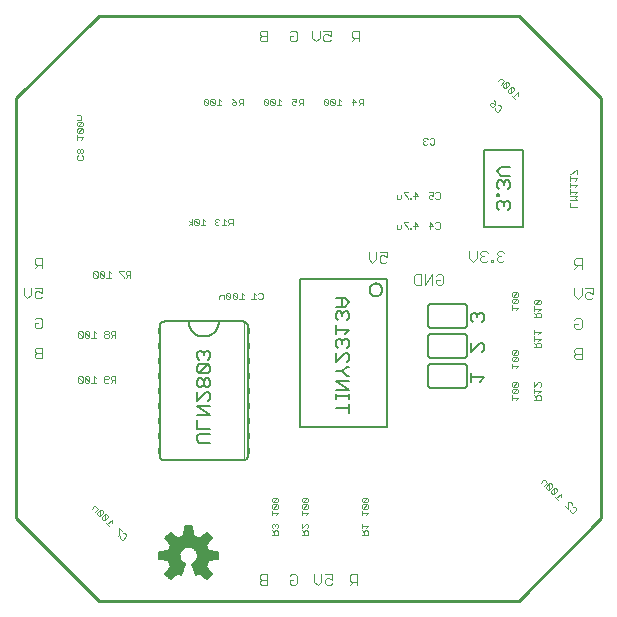
<source format=gbo>
G75*
%MOIN*%
%OFA0B0*%
%FSLAX25Y25*%
%IPPOS*%
%LPD*%
%AMOC8*
5,1,8,0,0,1.08239X$1,22.5*
%
%ADD10C,0.01000*%
%ADD11C,0.00500*%
%ADD12C,0.00400*%
%ADD13C,0.00200*%
%ADD14C,0.00600*%
%ADD15R,0.00500X0.02000*%
%ADD16C,0.00800*%
%ADD17C,0.00591*%
D10*
X0001500Y0029000D02*
X0001500Y0169000D01*
X0029000Y0196461D01*
X0029000Y0196500D02*
X0169000Y0196500D01*
X0196500Y0169000D01*
X0196500Y0029000D01*
X0169000Y0001500D01*
X0029000Y0001500D01*
X0001500Y0029000D01*
D11*
X0061750Y0055001D02*
X0061750Y0056502D01*
X0062501Y0057253D01*
X0066254Y0057253D01*
X0066254Y0058854D02*
X0061750Y0058854D01*
X0061750Y0061856D01*
X0061750Y0063458D02*
X0066254Y0063458D01*
X0061750Y0066460D01*
X0066254Y0066460D01*
X0065503Y0068062D02*
X0066254Y0068812D01*
X0066254Y0070314D01*
X0065503Y0071064D01*
X0064753Y0071064D01*
X0061750Y0068062D01*
X0061750Y0071064D01*
X0062501Y0072666D02*
X0063251Y0072666D01*
X0064002Y0073416D01*
X0064002Y0074918D01*
X0063251Y0075668D01*
X0062501Y0075668D01*
X0061750Y0074918D01*
X0061750Y0073416D01*
X0062501Y0072666D01*
X0064002Y0073416D02*
X0064753Y0072666D01*
X0065503Y0072666D01*
X0066254Y0073416D01*
X0066254Y0074918D01*
X0065503Y0075668D01*
X0064753Y0075668D01*
X0064002Y0074918D01*
X0062501Y0077270D02*
X0065503Y0077270D01*
X0066254Y0078020D01*
X0066254Y0079522D01*
X0065503Y0080272D01*
X0062501Y0077270D01*
X0061750Y0078020D01*
X0061750Y0079522D01*
X0062501Y0080272D01*
X0065503Y0080272D01*
X0065503Y0081874D02*
X0066254Y0082624D01*
X0066254Y0084125D01*
X0065503Y0084876D01*
X0064753Y0084876D01*
X0064002Y0084125D01*
X0063251Y0084876D01*
X0062501Y0084876D01*
X0061750Y0084125D01*
X0061750Y0082624D01*
X0062501Y0081874D01*
X0064002Y0083375D02*
X0064002Y0084125D01*
X0061750Y0055001D02*
X0062501Y0054250D01*
X0066254Y0054250D01*
X0108000Y0065751D02*
X0112504Y0065751D01*
X0112504Y0064250D02*
X0112504Y0067253D01*
X0112504Y0068854D02*
X0112504Y0070355D01*
X0112504Y0069605D02*
X0108000Y0069605D01*
X0108000Y0070355D02*
X0108000Y0068854D01*
X0108000Y0071923D02*
X0112504Y0071923D01*
X0108000Y0074926D01*
X0112504Y0074926D01*
X0112504Y0076527D02*
X0111753Y0076527D01*
X0110252Y0078028D01*
X0108000Y0078028D01*
X0110252Y0078028D02*
X0111753Y0079530D01*
X0112504Y0079530D01*
X0111753Y0081131D02*
X0112504Y0081882D01*
X0112504Y0083383D01*
X0111753Y0084134D01*
X0111003Y0084134D01*
X0108000Y0081131D01*
X0108000Y0084134D01*
X0108751Y0085735D02*
X0108000Y0086486D01*
X0108000Y0087987D01*
X0108751Y0088738D01*
X0109501Y0088738D01*
X0110252Y0087987D01*
X0110252Y0087236D01*
X0110252Y0087987D02*
X0111003Y0088738D01*
X0111753Y0088738D01*
X0112504Y0087987D01*
X0112504Y0086486D01*
X0111753Y0085735D01*
X0111003Y0090339D02*
X0112504Y0091840D01*
X0108000Y0091840D01*
X0108000Y0090339D02*
X0108000Y0093341D01*
X0108751Y0094943D02*
X0108000Y0095693D01*
X0108000Y0097195D01*
X0108751Y0097945D01*
X0109501Y0097945D01*
X0110252Y0097195D01*
X0110252Y0096444D01*
X0110252Y0097195D02*
X0111003Y0097945D01*
X0111753Y0097945D01*
X0112504Y0097195D01*
X0112504Y0095693D01*
X0111753Y0094943D01*
X0111003Y0099547D02*
X0108000Y0099547D01*
X0110252Y0099547D02*
X0110252Y0102549D01*
X0111003Y0102549D02*
X0108000Y0102549D01*
X0111003Y0102549D02*
X0112504Y0101048D01*
X0111003Y0099547D01*
X0153000Y0096700D02*
X0153000Y0095199D01*
X0153751Y0094448D01*
X0155252Y0095949D02*
X0155252Y0096700D01*
X0154501Y0097451D01*
X0153751Y0097451D01*
X0153000Y0096700D01*
X0155252Y0096700D02*
X0156003Y0097451D01*
X0156753Y0097451D01*
X0157504Y0096700D01*
X0157504Y0095199D01*
X0156753Y0094448D01*
X0156753Y0087451D02*
X0156003Y0087451D01*
X0153000Y0084448D01*
X0153000Y0087451D01*
X0156753Y0087451D02*
X0157504Y0086700D01*
X0157504Y0085199D01*
X0156753Y0084448D01*
X0153000Y0077451D02*
X0153000Y0074448D01*
X0153000Y0075949D02*
X0157504Y0075949D01*
X0156003Y0074448D01*
X0162501Y0131750D02*
X0161750Y0132501D01*
X0161750Y0134002D01*
X0162501Y0134753D01*
X0163251Y0134753D01*
X0164002Y0134002D01*
X0164002Y0133251D01*
X0164002Y0134002D02*
X0164753Y0134753D01*
X0165503Y0134753D01*
X0166254Y0134002D01*
X0166254Y0132501D01*
X0165503Y0131750D01*
X0162501Y0136354D02*
X0161750Y0136354D01*
X0161750Y0137105D01*
X0162501Y0137105D01*
X0162501Y0136354D01*
X0162501Y0138656D02*
X0161750Y0139407D01*
X0161750Y0140908D01*
X0162501Y0141658D01*
X0163251Y0141658D01*
X0164002Y0140908D01*
X0164002Y0140157D01*
X0164002Y0140908D02*
X0164753Y0141658D01*
X0165503Y0141658D01*
X0166254Y0140908D01*
X0166254Y0139407D01*
X0165503Y0138656D01*
X0166254Y0143260D02*
X0163251Y0143260D01*
X0161750Y0144761D01*
X0163251Y0146262D01*
X0166254Y0146262D01*
D12*
X0163591Y0118178D02*
X0162389Y0118178D01*
X0161789Y0117578D01*
X0161789Y0116977D01*
X0162389Y0116377D01*
X0161789Y0115776D01*
X0161789Y0115176D01*
X0162389Y0114575D01*
X0163591Y0114575D01*
X0164191Y0115176D01*
X0162990Y0116377D02*
X0162389Y0116377D01*
X0164191Y0117578D02*
X0163591Y0118178D01*
X0160508Y0115176D02*
X0159907Y0115176D01*
X0159907Y0114575D01*
X0160508Y0114575D01*
X0160508Y0115176D01*
X0158666Y0115176D02*
X0158066Y0114575D01*
X0156865Y0114575D01*
X0156264Y0115176D01*
X0156264Y0115776D01*
X0156865Y0116377D01*
X0157465Y0116377D01*
X0156865Y0116377D02*
X0156264Y0116977D01*
X0156264Y0117578D01*
X0156865Y0118178D01*
X0158066Y0118178D01*
X0158666Y0117578D01*
X0154983Y0118178D02*
X0154983Y0115776D01*
X0153782Y0114575D01*
X0152581Y0115776D01*
X0152581Y0118178D01*
X0143800Y0109703D02*
X0143800Y0107301D01*
X0143199Y0106700D01*
X0141998Y0106700D01*
X0141398Y0107301D01*
X0141398Y0108502D01*
X0142599Y0108502D01*
X0143800Y0109703D02*
X0143199Y0110303D01*
X0141998Y0110303D01*
X0141398Y0109703D01*
X0140117Y0110303D02*
X0137715Y0106700D01*
X0137715Y0110303D01*
X0136434Y0110303D02*
X0134632Y0110303D01*
X0134032Y0109703D01*
X0134032Y0107301D01*
X0134632Y0106700D01*
X0136434Y0106700D01*
X0136434Y0110303D01*
X0140117Y0110303D02*
X0140117Y0106700D01*
X0125050Y0114801D02*
X0124449Y0114200D01*
X0123248Y0114200D01*
X0122648Y0114801D01*
X0122648Y0116002D01*
X0123248Y0116602D01*
X0123849Y0116602D01*
X0125050Y0116002D01*
X0125050Y0117803D01*
X0122648Y0117803D01*
X0121367Y0117803D02*
X0121367Y0115401D01*
X0120166Y0114200D01*
X0118965Y0115401D01*
X0118965Y0117803D01*
X0187581Y0115078D02*
X0187581Y0113877D01*
X0188182Y0113276D01*
X0189983Y0113276D01*
X0188782Y0113276D02*
X0187581Y0112075D01*
X0189983Y0112075D02*
X0189983Y0115678D01*
X0188182Y0115678D01*
X0187581Y0115078D01*
X0187581Y0105678D02*
X0187581Y0103276D01*
X0188782Y0102075D01*
X0189983Y0103276D01*
X0189983Y0105678D01*
X0191264Y0105678D02*
X0193666Y0105678D01*
X0193666Y0103877D01*
X0192465Y0104477D01*
X0191865Y0104477D01*
X0191264Y0103877D01*
X0191264Y0102676D01*
X0191865Y0102075D01*
X0193066Y0102075D01*
X0193666Y0102676D01*
X0189383Y0095678D02*
X0189983Y0095078D01*
X0189983Y0092676D01*
X0189383Y0092075D01*
X0188182Y0092075D01*
X0187581Y0092676D01*
X0187581Y0093877D01*
X0188782Y0093877D01*
X0187581Y0095078D02*
X0188182Y0095678D01*
X0189383Y0095678D01*
X0189983Y0085678D02*
X0188182Y0085678D01*
X0187581Y0085078D01*
X0187581Y0084477D01*
X0188182Y0083877D01*
X0189983Y0083877D01*
X0189983Y0085678D02*
X0189983Y0082075D01*
X0188182Y0082075D01*
X0187581Y0082676D01*
X0187581Y0083276D01*
X0188182Y0083877D01*
X0115050Y0010303D02*
X0113248Y0010303D01*
X0112648Y0009703D01*
X0112648Y0008502D01*
X0113248Y0007901D01*
X0115050Y0007901D01*
X0115050Y0006700D02*
X0115050Y0010303D01*
X0113849Y0007901D02*
X0112648Y0006700D01*
X0106925Y0007301D02*
X0106324Y0006700D01*
X0105123Y0006700D01*
X0104523Y0007301D01*
X0104523Y0008502D01*
X0105123Y0009102D01*
X0105724Y0009102D01*
X0106925Y0008502D01*
X0106925Y0010303D01*
X0104523Y0010303D01*
X0103242Y0010303D02*
X0103242Y0007901D01*
X0102041Y0006700D01*
X0100840Y0007901D01*
X0100840Y0010303D01*
X0095050Y0009703D02*
X0095050Y0007301D01*
X0094449Y0006700D01*
X0093248Y0006700D01*
X0092648Y0007301D01*
X0092648Y0008502D01*
X0093849Y0008502D01*
X0095050Y0009703D02*
X0094449Y0010303D01*
X0093248Y0010303D01*
X0092648Y0009703D01*
X0085050Y0010303D02*
X0085050Y0006700D01*
X0083248Y0006700D01*
X0082648Y0007301D01*
X0082648Y0007901D01*
X0083248Y0008502D01*
X0085050Y0008502D01*
X0085050Y0010303D02*
X0083248Y0010303D01*
X0082648Y0009703D01*
X0082648Y0009102D01*
X0083248Y0008502D01*
X0010050Y0082325D02*
X0008248Y0082325D01*
X0007648Y0082926D01*
X0007648Y0083526D01*
X0008248Y0084127D01*
X0010050Y0084127D01*
X0010050Y0085928D02*
X0008248Y0085928D01*
X0007648Y0085328D01*
X0007648Y0084727D01*
X0008248Y0084127D01*
X0010050Y0085928D02*
X0010050Y0082325D01*
X0009449Y0092325D02*
X0008248Y0092325D01*
X0007648Y0092926D01*
X0007648Y0094127D01*
X0008849Y0094127D01*
X0010050Y0095328D02*
X0009449Y0095928D01*
X0008248Y0095928D01*
X0007648Y0095328D01*
X0010050Y0095328D02*
X0010050Y0092926D01*
X0009449Y0092325D01*
X0009449Y0102325D02*
X0010050Y0102926D01*
X0009449Y0102325D02*
X0008248Y0102325D01*
X0007648Y0102926D01*
X0007648Y0104127D01*
X0008248Y0104727D01*
X0008849Y0104727D01*
X0010050Y0104127D01*
X0010050Y0105928D01*
X0007648Y0105928D01*
X0006367Y0105928D02*
X0006367Y0103526D01*
X0005166Y0102325D01*
X0003965Y0103526D01*
X0003965Y0105928D01*
X0007648Y0112325D02*
X0008849Y0113526D01*
X0008248Y0113526D02*
X0010050Y0113526D01*
X0010050Y0112325D02*
X0010050Y0115928D01*
X0008248Y0115928D01*
X0007648Y0115328D01*
X0007648Y0114127D01*
X0008248Y0113526D01*
X0083248Y0187950D02*
X0082648Y0188551D01*
X0082648Y0189151D01*
X0083248Y0189752D01*
X0085050Y0189752D01*
X0085050Y0191553D02*
X0085050Y0187950D01*
X0083248Y0187950D01*
X0083248Y0189752D02*
X0082648Y0190352D01*
X0082648Y0190953D01*
X0083248Y0191553D01*
X0085050Y0191553D01*
X0092648Y0190953D02*
X0093248Y0191553D01*
X0094449Y0191553D01*
X0095050Y0190953D01*
X0095050Y0188551D01*
X0094449Y0187950D01*
X0093248Y0187950D01*
X0092648Y0188551D01*
X0092648Y0189752D01*
X0093849Y0189752D01*
X0100215Y0189151D02*
X0100215Y0191553D01*
X0102617Y0191553D02*
X0102617Y0189151D01*
X0101416Y0187950D01*
X0100215Y0189151D01*
X0103898Y0188551D02*
X0104498Y0187950D01*
X0105699Y0187950D01*
X0106300Y0188551D01*
X0106300Y0189752D02*
X0105099Y0190352D01*
X0104498Y0190352D01*
X0103898Y0189752D01*
X0103898Y0188551D01*
X0106300Y0189752D02*
X0106300Y0191553D01*
X0103898Y0191553D01*
X0113273Y0190953D02*
X0113273Y0189752D01*
X0113873Y0189151D01*
X0115675Y0189151D01*
X0115675Y0187950D02*
X0115675Y0191553D01*
X0113873Y0191553D01*
X0113273Y0190953D01*
X0114474Y0189151D02*
X0113273Y0187950D01*
D13*
X0113759Y0168902D02*
X0114860Y0167801D01*
X0113392Y0167801D01*
X0113759Y0166700D02*
X0113759Y0168902D01*
X0115602Y0168535D02*
X0115602Y0167801D01*
X0115969Y0167434D01*
X0117070Y0167434D01*
X0117070Y0166700D02*
X0117070Y0168902D01*
X0115969Y0168902D01*
X0115602Y0168535D01*
X0116336Y0167434D02*
X0115602Y0166700D01*
X0109905Y0166700D02*
X0108437Y0166700D01*
X0109171Y0166700D02*
X0109171Y0168902D01*
X0109905Y0168168D01*
X0107695Y0168535D02*
X0107328Y0168902D01*
X0106594Y0168902D01*
X0106227Y0168535D01*
X0107695Y0167067D01*
X0107328Y0166700D01*
X0106594Y0166700D01*
X0106227Y0167067D01*
X0106227Y0168535D01*
X0105485Y0168535D02*
X0105118Y0168902D01*
X0104384Y0168902D01*
X0104017Y0168535D01*
X0105485Y0167067D01*
X0105118Y0166700D01*
X0104384Y0166700D01*
X0104017Y0167067D01*
X0104017Y0168535D01*
X0105485Y0168535D02*
X0105485Y0167067D01*
X0107695Y0167067D02*
X0107695Y0168535D01*
X0097070Y0168902D02*
X0097070Y0166700D01*
X0097070Y0167434D02*
X0095969Y0167434D01*
X0095602Y0167801D01*
X0095602Y0168535D01*
X0095969Y0168902D01*
X0097070Y0168902D01*
X0096336Y0167434D02*
X0095602Y0166700D01*
X0094860Y0167067D02*
X0094493Y0166700D01*
X0093759Y0166700D01*
X0093392Y0167067D01*
X0093392Y0167801D01*
X0093759Y0168168D01*
X0094126Y0168168D01*
X0094860Y0167801D01*
X0094860Y0168902D01*
X0093392Y0168902D01*
X0089905Y0168168D02*
X0089171Y0168902D01*
X0089171Y0166700D01*
X0089905Y0166700D02*
X0088437Y0166700D01*
X0087695Y0167067D02*
X0086227Y0168535D01*
X0086227Y0167067D01*
X0086594Y0166700D01*
X0087328Y0166700D01*
X0087695Y0167067D01*
X0087695Y0168535D01*
X0087328Y0168902D01*
X0086594Y0168902D01*
X0086227Y0168535D01*
X0085485Y0168535D02*
X0085118Y0168902D01*
X0084384Y0168902D01*
X0084017Y0168535D01*
X0085485Y0167067D01*
X0085118Y0166700D01*
X0084384Y0166700D01*
X0084017Y0167067D01*
X0084017Y0168535D01*
X0085485Y0168535D02*
X0085485Y0167067D01*
X0077070Y0167434D02*
X0075969Y0167434D01*
X0075602Y0167801D01*
X0075602Y0168535D01*
X0075969Y0168902D01*
X0077070Y0168902D01*
X0077070Y0166700D01*
X0076336Y0167434D02*
X0075602Y0166700D01*
X0074860Y0167067D02*
X0074493Y0166700D01*
X0073759Y0166700D01*
X0073392Y0167067D01*
X0073392Y0167434D01*
X0073759Y0167801D01*
X0074860Y0167801D01*
X0074860Y0167067D01*
X0074860Y0167801D02*
X0074126Y0168535D01*
X0073392Y0168902D01*
X0069905Y0168168D02*
X0069171Y0168902D01*
X0069171Y0166700D01*
X0069905Y0166700D02*
X0068437Y0166700D01*
X0067695Y0167067D02*
X0066227Y0168535D01*
X0066227Y0167067D01*
X0066594Y0166700D01*
X0067328Y0166700D01*
X0067695Y0167067D01*
X0067695Y0168535D01*
X0067328Y0168902D01*
X0066594Y0168902D01*
X0066227Y0168535D01*
X0065485Y0168535D02*
X0065118Y0168902D01*
X0064384Y0168902D01*
X0064017Y0168535D01*
X0065485Y0167067D01*
X0065118Y0166700D01*
X0064384Y0166700D01*
X0064017Y0167067D01*
X0064017Y0168535D01*
X0065485Y0168535D02*
X0065485Y0167067D01*
X0063802Y0128902D02*
X0063802Y0126700D01*
X0064536Y0126700D02*
X0063068Y0126700D01*
X0062326Y0127067D02*
X0061959Y0126700D01*
X0061226Y0126700D01*
X0060859Y0127067D01*
X0060859Y0128535D01*
X0062326Y0127067D01*
X0062326Y0128535D01*
X0061959Y0128902D01*
X0061226Y0128902D01*
X0060859Y0128535D01*
X0060117Y0128902D02*
X0060117Y0126700D01*
X0060117Y0127434D02*
X0059016Y0128168D01*
X0060117Y0127434D02*
X0059016Y0126700D01*
X0063802Y0128902D02*
X0064536Y0128168D01*
X0067767Y0128168D02*
X0068134Y0127801D01*
X0067767Y0127434D01*
X0067767Y0127067D01*
X0068134Y0126700D01*
X0068868Y0126700D01*
X0069235Y0127067D01*
X0069977Y0126700D02*
X0071445Y0126700D01*
X0070711Y0126700D02*
X0070711Y0128902D01*
X0071445Y0128168D01*
X0072187Y0128535D02*
X0072187Y0127801D01*
X0072554Y0127434D01*
X0073655Y0127434D01*
X0073655Y0126700D02*
X0073655Y0128902D01*
X0072554Y0128902D01*
X0072187Y0128535D01*
X0072921Y0127434D02*
X0072187Y0126700D01*
X0069235Y0128535D02*
X0068868Y0128902D01*
X0068134Y0128902D01*
X0067767Y0128535D01*
X0067767Y0128168D01*
X0068134Y0127801D02*
X0068501Y0127801D01*
X0071829Y0104196D02*
X0071462Y0103829D01*
X0072930Y0102361D01*
X0072563Y0101994D01*
X0071829Y0101994D01*
X0071462Y0102361D01*
X0071462Y0103829D01*
X0071829Y0104196D02*
X0072563Y0104196D01*
X0072930Y0103829D01*
X0072930Y0102361D01*
X0073672Y0102361D02*
X0073672Y0103829D01*
X0075140Y0102361D01*
X0074773Y0101994D01*
X0074039Y0101994D01*
X0073672Y0102361D01*
X0073672Y0103829D02*
X0074039Y0104196D01*
X0074773Y0104196D01*
X0075140Y0103829D01*
X0075140Y0102361D01*
X0075882Y0101994D02*
X0077350Y0101994D01*
X0076616Y0101994D02*
X0076616Y0104196D01*
X0077350Y0103462D01*
X0079922Y0101994D02*
X0081390Y0101994D01*
X0080656Y0101994D02*
X0080656Y0104196D01*
X0081390Y0103462D01*
X0082132Y0103829D02*
X0082499Y0104196D01*
X0083233Y0104196D01*
X0083600Y0103829D01*
X0083600Y0102361D01*
X0083233Y0101994D01*
X0082499Y0101994D01*
X0082132Y0102361D01*
X0077300Y0094500D02*
X0077300Y0048500D01*
X0087067Y0035858D02*
X0086700Y0035491D01*
X0086700Y0034757D01*
X0087067Y0034390D01*
X0088535Y0035858D01*
X0087067Y0035858D01*
X0088535Y0035858D02*
X0088902Y0035491D01*
X0088902Y0034757D01*
X0088535Y0034390D01*
X0087067Y0034390D01*
X0087067Y0033648D02*
X0086700Y0033281D01*
X0086700Y0032547D01*
X0087067Y0032180D01*
X0088535Y0033648D01*
X0087067Y0033648D01*
X0087067Y0032180D02*
X0088535Y0032180D01*
X0088902Y0032547D01*
X0088902Y0033281D01*
X0088535Y0033648D01*
X0086700Y0031438D02*
X0086700Y0029970D01*
X0086700Y0030704D02*
X0088902Y0030704D01*
X0088168Y0029970D01*
X0088068Y0027153D02*
X0087701Y0026786D01*
X0087334Y0027153D01*
X0086967Y0027153D01*
X0086600Y0026786D01*
X0086600Y0026052D01*
X0086967Y0025685D01*
X0086600Y0024943D02*
X0087334Y0024209D01*
X0087334Y0024576D02*
X0087334Y0023475D01*
X0086600Y0023475D02*
X0088802Y0023475D01*
X0088802Y0024576D01*
X0088435Y0024943D01*
X0087701Y0024943D01*
X0087334Y0024576D01*
X0088435Y0025685D02*
X0088802Y0026052D01*
X0088802Y0026786D01*
X0088435Y0027153D01*
X0088068Y0027153D01*
X0087701Y0026786D02*
X0087701Y0026419D01*
X0096600Y0027153D02*
X0096600Y0025685D01*
X0098068Y0027153D01*
X0098435Y0027153D01*
X0098802Y0026786D01*
X0098802Y0026052D01*
X0098435Y0025685D01*
X0098435Y0024943D02*
X0097701Y0024943D01*
X0097334Y0024576D01*
X0097334Y0023475D01*
X0097334Y0024209D02*
X0096600Y0024943D01*
X0096600Y0023475D02*
X0098802Y0023475D01*
X0098802Y0024576D01*
X0098435Y0024943D01*
X0098168Y0029970D02*
X0098902Y0030704D01*
X0096700Y0030704D01*
X0096700Y0029970D02*
X0096700Y0031438D01*
X0097067Y0032180D02*
X0096700Y0032547D01*
X0096700Y0033281D01*
X0097067Y0033648D01*
X0098535Y0033648D01*
X0097067Y0032180D01*
X0098535Y0032180D01*
X0098902Y0032547D01*
X0098902Y0033281D01*
X0098535Y0033648D01*
X0098535Y0034390D02*
X0098902Y0034757D01*
X0098902Y0035491D01*
X0098535Y0035858D01*
X0097067Y0034390D01*
X0096700Y0034757D01*
X0096700Y0035491D01*
X0097067Y0035858D01*
X0098535Y0035858D01*
X0098535Y0034390D02*
X0097067Y0034390D01*
X0116700Y0034757D02*
X0117067Y0034390D01*
X0118535Y0035858D01*
X0117067Y0035858D01*
X0116700Y0035491D01*
X0116700Y0034757D01*
X0117067Y0034390D02*
X0118535Y0034390D01*
X0118902Y0034757D01*
X0118902Y0035491D01*
X0118535Y0035858D01*
X0118535Y0033648D02*
X0117067Y0032180D01*
X0116700Y0032547D01*
X0116700Y0033281D01*
X0117067Y0033648D01*
X0118535Y0033648D01*
X0118902Y0033281D01*
X0118902Y0032547D01*
X0118535Y0032180D01*
X0117067Y0032180D01*
X0116700Y0031438D02*
X0116700Y0029970D01*
X0116700Y0030704D02*
X0118902Y0030704D01*
X0118168Y0029970D01*
X0116600Y0027153D02*
X0116600Y0025685D01*
X0116600Y0026419D02*
X0118802Y0026419D01*
X0118068Y0025685D01*
X0118435Y0024943D02*
X0117701Y0024943D01*
X0117334Y0024576D01*
X0117334Y0023475D01*
X0117334Y0024209D02*
X0116600Y0024943D01*
X0116600Y0023475D02*
X0118802Y0023475D01*
X0118802Y0024576D01*
X0118435Y0024943D01*
X0166600Y0068475D02*
X0166600Y0069943D01*
X0166600Y0069209D02*
X0168802Y0069209D01*
X0168068Y0068475D01*
X0168435Y0070685D02*
X0166967Y0070685D01*
X0168435Y0072153D01*
X0166967Y0072153D01*
X0166600Y0071786D01*
X0166600Y0071052D01*
X0166967Y0070685D01*
X0168435Y0070685D02*
X0168802Y0071052D01*
X0168802Y0071786D01*
X0168435Y0072153D01*
X0168435Y0072895D02*
X0168802Y0073262D01*
X0168802Y0073996D01*
X0168435Y0074363D01*
X0166967Y0072895D01*
X0166600Y0073262D01*
X0166600Y0073996D01*
X0166967Y0074363D01*
X0168435Y0074363D01*
X0168435Y0072895D02*
X0166967Y0072895D01*
X0166600Y0079100D02*
X0166600Y0080568D01*
X0166600Y0079834D02*
X0168802Y0079834D01*
X0168068Y0079100D01*
X0168435Y0081310D02*
X0166967Y0081310D01*
X0168435Y0082778D01*
X0166967Y0082778D01*
X0166600Y0082411D01*
X0166600Y0081677D01*
X0166967Y0081310D01*
X0168435Y0081310D02*
X0168802Y0081677D01*
X0168802Y0082411D01*
X0168435Y0082778D01*
X0168435Y0083520D02*
X0166967Y0083520D01*
X0168435Y0084988D01*
X0166967Y0084988D01*
X0166600Y0084621D01*
X0166600Y0083887D01*
X0166967Y0083520D01*
X0168435Y0083520D02*
X0168802Y0083887D01*
X0168802Y0084621D01*
X0168435Y0084988D01*
X0174100Y0085975D02*
X0176302Y0085975D01*
X0176302Y0087076D01*
X0175935Y0087443D01*
X0175201Y0087443D01*
X0174834Y0087076D01*
X0174834Y0085975D01*
X0174834Y0086709D02*
X0174100Y0087443D01*
X0174100Y0088185D02*
X0174100Y0089653D01*
X0174100Y0088919D02*
X0176302Y0088919D01*
X0175568Y0088185D01*
X0175568Y0090395D02*
X0176302Y0091129D01*
X0174100Y0091129D01*
X0174100Y0090395D02*
X0174100Y0091863D01*
X0174100Y0095975D02*
X0176302Y0095975D01*
X0176302Y0097076D01*
X0175935Y0097443D01*
X0175201Y0097443D01*
X0174834Y0097076D01*
X0174834Y0095975D01*
X0174834Y0096709D02*
X0174100Y0097443D01*
X0174100Y0098185D02*
X0174100Y0099653D01*
X0174100Y0098919D02*
X0176302Y0098919D01*
X0175568Y0098185D01*
X0175935Y0100395D02*
X0176302Y0100762D01*
X0176302Y0101496D01*
X0175935Y0101863D01*
X0174467Y0100395D01*
X0174100Y0100762D01*
X0174100Y0101496D01*
X0174467Y0101863D01*
X0175935Y0101863D01*
X0175935Y0100395D02*
X0174467Y0100395D01*
X0168802Y0101052D02*
X0168435Y0100685D01*
X0166967Y0100685D01*
X0168435Y0102153D01*
X0166967Y0102153D01*
X0166600Y0101786D01*
X0166600Y0101052D01*
X0166967Y0100685D01*
X0166600Y0099943D02*
X0166600Y0098475D01*
X0166600Y0099209D02*
X0168802Y0099209D01*
X0168068Y0098475D01*
X0168802Y0101052D02*
X0168802Y0101786D01*
X0168435Y0102153D01*
X0168435Y0102895D02*
X0168802Y0103262D01*
X0168802Y0103996D01*
X0168435Y0104363D01*
X0166967Y0102895D01*
X0166600Y0103262D01*
X0166600Y0103996D01*
X0166967Y0104363D01*
X0168435Y0104363D01*
X0168435Y0102895D02*
X0166967Y0102895D01*
X0142695Y0125817D02*
X0142328Y0125450D01*
X0141594Y0125450D01*
X0141227Y0125817D01*
X0140485Y0126551D02*
X0139384Y0127652D01*
X0139384Y0125450D01*
X0139017Y0126551D02*
X0140485Y0126551D01*
X0141227Y0127285D02*
X0141594Y0127652D01*
X0142328Y0127652D01*
X0142695Y0127285D01*
X0142695Y0125817D01*
X0135385Y0126551D02*
X0133917Y0126551D01*
X0133175Y0125817D02*
X0132808Y0125817D01*
X0132808Y0125450D01*
X0133175Y0125450D01*
X0133175Y0125817D01*
X0132070Y0125817D02*
X0132070Y0125450D01*
X0132070Y0125817D02*
X0130602Y0127285D01*
X0130602Y0127652D01*
X0132070Y0127652D01*
X0134284Y0127652D02*
X0134284Y0125450D01*
X0135385Y0126551D02*
X0134284Y0127652D01*
X0129860Y0126918D02*
X0129860Y0125817D01*
X0129493Y0125450D01*
X0128392Y0125450D01*
X0128392Y0126918D01*
X0128392Y0135450D02*
X0128392Y0136918D01*
X0129860Y0136918D02*
X0129860Y0135817D01*
X0129493Y0135450D01*
X0128392Y0135450D01*
X0130602Y0137285D02*
X0132070Y0135817D01*
X0132070Y0135450D01*
X0132808Y0135450D02*
X0133175Y0135450D01*
X0133175Y0135817D01*
X0132808Y0135817D01*
X0132808Y0135450D01*
X0134284Y0135450D02*
X0134284Y0137652D01*
X0135385Y0136551D01*
X0133917Y0136551D01*
X0132070Y0137652D02*
X0130602Y0137652D01*
X0130602Y0137285D01*
X0139017Y0137652D02*
X0140485Y0137652D01*
X0140485Y0136551D01*
X0139751Y0136918D01*
X0139384Y0136918D01*
X0139017Y0136551D01*
X0139017Y0135817D01*
X0139384Y0135450D01*
X0140118Y0135450D01*
X0140485Y0135817D01*
X0141227Y0135817D02*
X0141594Y0135450D01*
X0142328Y0135450D01*
X0142695Y0135817D01*
X0142695Y0137285D01*
X0142328Y0137652D01*
X0141594Y0137652D01*
X0141227Y0137285D01*
X0140453Y0153575D02*
X0139719Y0153575D01*
X0139352Y0153942D01*
X0138610Y0153942D02*
X0138243Y0153575D01*
X0137509Y0153575D01*
X0137142Y0153942D01*
X0137142Y0154309D01*
X0137509Y0154676D01*
X0137876Y0154676D01*
X0137509Y0154676D02*
X0137142Y0155043D01*
X0137142Y0155410D01*
X0137509Y0155777D01*
X0138243Y0155777D01*
X0138610Y0155410D01*
X0139352Y0155410D02*
X0139719Y0155777D01*
X0140453Y0155777D01*
X0140820Y0155410D01*
X0140820Y0153942D01*
X0140453Y0153575D01*
X0159552Y0166660D02*
X0160071Y0166141D01*
X0160590Y0166141D01*
X0161109Y0166660D01*
X0160330Y0167439D01*
X0159811Y0167439D01*
X0159552Y0167179D01*
X0159552Y0166660D01*
X0161109Y0166660D02*
X0161109Y0167698D01*
X0160849Y0168477D01*
X0162152Y0166655D02*
X0162671Y0166655D01*
X0163190Y0166136D01*
X0163190Y0165617D01*
X0162152Y0164579D01*
X0161633Y0164579D01*
X0161114Y0165098D01*
X0161114Y0165617D01*
X0165892Y0170712D02*
X0166411Y0170712D01*
X0166411Y0172788D01*
X0165373Y0171750D01*
X0165373Y0171231D01*
X0165892Y0170712D01*
X0166411Y0170712D02*
X0167449Y0171750D01*
X0167449Y0172269D01*
X0166930Y0172788D01*
X0166411Y0172788D01*
X0165886Y0173313D02*
X0165886Y0173832D01*
X0165367Y0174351D01*
X0164848Y0174351D01*
X0164848Y0172275D01*
X0164329Y0172275D01*
X0163810Y0172794D01*
X0163810Y0173313D01*
X0164848Y0174351D01*
X0164064Y0174616D02*
X0163026Y0173578D01*
X0161988Y0174616D02*
X0162767Y0175394D01*
X0163286Y0175394D01*
X0164064Y0174616D01*
X0165886Y0173313D02*
X0164848Y0172275D01*
X0166676Y0169928D02*
X0167714Y0168890D01*
X0167195Y0169409D02*
X0168752Y0170966D01*
X0168752Y0169928D01*
X0188060Y0145242D02*
X0186592Y0143774D01*
X0186225Y0143774D01*
X0186225Y0143032D02*
X0186225Y0141565D01*
X0186225Y0142298D02*
X0188427Y0142298D01*
X0187693Y0141565D01*
X0186225Y0140823D02*
X0186225Y0139355D01*
X0186225Y0140089D02*
X0188427Y0140089D01*
X0187693Y0139355D01*
X0186225Y0138613D02*
X0186225Y0137145D01*
X0186225Y0137879D02*
X0188427Y0137879D01*
X0187693Y0137145D01*
X0188427Y0136403D02*
X0186225Y0136403D01*
X0186225Y0134935D02*
X0188427Y0134935D01*
X0187693Y0135669D01*
X0188427Y0136403D01*
X0186225Y0134193D02*
X0186225Y0132725D01*
X0188427Y0132725D01*
X0188427Y0143774D02*
X0188427Y0145242D01*
X0188060Y0145242D01*
X0175935Y0074363D02*
X0176302Y0073996D01*
X0176302Y0073262D01*
X0175935Y0072895D01*
X0175935Y0074363D02*
X0175568Y0074363D01*
X0174100Y0072895D01*
X0174100Y0074363D01*
X0174100Y0072153D02*
X0174100Y0070685D01*
X0174100Y0071419D02*
X0176302Y0071419D01*
X0175568Y0070685D01*
X0175935Y0069943D02*
X0175201Y0069943D01*
X0174834Y0069576D01*
X0174834Y0068475D01*
X0174834Y0069209D02*
X0174100Y0069943D01*
X0174100Y0068475D02*
X0176302Y0068475D01*
X0176302Y0069576D01*
X0175935Y0069943D01*
X0177142Y0041644D02*
X0176363Y0040866D01*
X0177142Y0041644D02*
X0177661Y0041644D01*
X0178439Y0040866D01*
X0177401Y0039828D01*
X0178185Y0039563D02*
X0178185Y0039044D01*
X0178704Y0038525D01*
X0179223Y0038525D01*
X0179223Y0040601D01*
X0178185Y0039563D01*
X0179223Y0040601D02*
X0179742Y0040601D01*
X0180261Y0040082D01*
X0180261Y0039563D01*
X0179223Y0038525D01*
X0179748Y0038000D02*
X0179748Y0037481D01*
X0180267Y0036962D01*
X0180786Y0036962D01*
X0180786Y0039038D01*
X0179748Y0038000D01*
X0180786Y0039038D02*
X0181305Y0039038D01*
X0181824Y0038519D01*
X0181824Y0038000D01*
X0180786Y0036962D01*
X0181051Y0036178D02*
X0182089Y0035140D01*
X0181570Y0035659D02*
X0183127Y0037216D01*
X0183127Y0036178D01*
X0185330Y0034208D02*
X0185590Y0034467D01*
X0186109Y0034467D01*
X0186628Y0033948D01*
X0186628Y0033429D01*
X0187152Y0032905D02*
X0187671Y0032905D01*
X0188190Y0032386D01*
X0188190Y0031867D01*
X0187152Y0030829D01*
X0186633Y0030829D01*
X0186114Y0031348D01*
X0186114Y0031867D01*
X0185330Y0032132D02*
X0185330Y0034208D01*
X0184292Y0033170D02*
X0185330Y0032132D01*
X0070720Y0101994D02*
X0070720Y0103462D01*
X0069619Y0103462D01*
X0069252Y0103095D01*
X0069252Y0101994D01*
X0039570Y0109200D02*
X0039570Y0111402D01*
X0038469Y0111402D01*
X0038102Y0111035D01*
X0038102Y0110301D01*
X0038469Y0109934D01*
X0039570Y0109934D01*
X0038836Y0109934D02*
X0038102Y0109200D01*
X0037360Y0109200D02*
X0037360Y0109567D01*
X0035892Y0111035D01*
X0035892Y0111402D01*
X0037360Y0111402D01*
X0033030Y0110668D02*
X0032296Y0111402D01*
X0032296Y0109200D01*
X0033030Y0109200D02*
X0031562Y0109200D01*
X0030820Y0109567D02*
X0029352Y0111035D01*
X0029352Y0109567D01*
X0029719Y0109200D01*
X0030453Y0109200D01*
X0030820Y0109567D01*
X0030820Y0111035D01*
X0030453Y0111402D01*
X0029719Y0111402D01*
X0029352Y0111035D01*
X0028610Y0111035D02*
X0028243Y0111402D01*
X0027509Y0111402D01*
X0027142Y0111035D01*
X0028610Y0109567D01*
X0028243Y0109200D01*
X0027509Y0109200D01*
X0027142Y0109567D01*
X0027142Y0111035D01*
X0028610Y0111035D02*
X0028610Y0109567D01*
X0027296Y0091402D02*
X0027296Y0089200D01*
X0028030Y0089200D02*
X0026562Y0089200D01*
X0025820Y0089567D02*
X0024352Y0091035D01*
X0024352Y0089567D01*
X0024719Y0089200D01*
X0025453Y0089200D01*
X0025820Y0089567D01*
X0025820Y0091035D01*
X0025453Y0091402D01*
X0024719Y0091402D01*
X0024352Y0091035D01*
X0023610Y0091035D02*
X0023243Y0091402D01*
X0022509Y0091402D01*
X0022142Y0091035D01*
X0023610Y0089567D01*
X0023243Y0089200D01*
X0022509Y0089200D01*
X0022142Y0089567D01*
X0022142Y0091035D01*
X0023610Y0091035D02*
X0023610Y0089567D01*
X0027296Y0091402D02*
X0028030Y0090668D01*
X0030892Y0090668D02*
X0031259Y0090301D01*
X0031993Y0090301D01*
X0032360Y0090668D01*
X0032360Y0091035D01*
X0031993Y0091402D01*
X0031259Y0091402D01*
X0030892Y0091035D01*
X0030892Y0090668D01*
X0031259Y0090301D02*
X0030892Y0089934D01*
X0030892Y0089567D01*
X0031259Y0089200D01*
X0031993Y0089200D01*
X0032360Y0089567D01*
X0032360Y0089934D01*
X0031993Y0090301D01*
X0033102Y0090301D02*
X0033469Y0089934D01*
X0034570Y0089934D01*
X0034570Y0089200D02*
X0034570Y0091402D01*
X0033469Y0091402D01*
X0033102Y0091035D01*
X0033102Y0090301D01*
X0033836Y0089934D02*
X0033102Y0089200D01*
X0033469Y0076402D02*
X0033102Y0076035D01*
X0033102Y0075301D01*
X0033469Y0074934D01*
X0034570Y0074934D01*
X0034570Y0074200D02*
X0034570Y0076402D01*
X0033469Y0076402D01*
X0032360Y0076035D02*
X0032360Y0075668D01*
X0031993Y0075301D01*
X0030892Y0075301D01*
X0030892Y0076035D02*
X0031259Y0076402D01*
X0031993Y0076402D01*
X0032360Y0076035D01*
X0030892Y0076035D02*
X0030892Y0074567D01*
X0031259Y0074200D01*
X0031993Y0074200D01*
X0032360Y0074567D01*
X0033102Y0074200D02*
X0033836Y0074934D01*
X0028030Y0075668D02*
X0027296Y0076402D01*
X0027296Y0074200D01*
X0028030Y0074200D02*
X0026562Y0074200D01*
X0025820Y0074567D02*
X0024352Y0076035D01*
X0024352Y0074567D01*
X0024719Y0074200D01*
X0025453Y0074200D01*
X0025820Y0074567D01*
X0025820Y0076035D01*
X0025453Y0076402D01*
X0024719Y0076402D01*
X0024352Y0076035D01*
X0023610Y0076035D02*
X0023610Y0074567D01*
X0022142Y0076035D01*
X0022142Y0074567D01*
X0022509Y0074200D01*
X0023243Y0074200D01*
X0023610Y0074567D01*
X0023610Y0076035D02*
X0023243Y0076402D01*
X0022509Y0076402D01*
X0022142Y0076035D01*
X0027392Y0032950D02*
X0026614Y0032171D01*
X0027392Y0032950D02*
X0027911Y0032950D01*
X0028690Y0032171D01*
X0027652Y0031133D01*
X0028436Y0030868D02*
X0029474Y0031906D01*
X0029474Y0029830D01*
X0028955Y0029830D01*
X0028436Y0030349D01*
X0028436Y0030868D01*
X0029474Y0029830D02*
X0030512Y0030868D01*
X0030512Y0031387D01*
X0029993Y0031906D01*
X0029474Y0031906D01*
X0031036Y0030343D02*
X0031036Y0028267D01*
X0030517Y0028267D01*
X0029998Y0028786D01*
X0029998Y0029305D01*
X0031036Y0030343D01*
X0031555Y0030343D01*
X0032074Y0029824D01*
X0032074Y0029305D01*
X0031036Y0028267D01*
X0031302Y0027483D02*
X0032339Y0026445D01*
X0031820Y0026964D02*
X0033377Y0028521D01*
X0033377Y0027483D01*
X0035607Y0025539D02*
X0035607Y0023464D01*
X0035348Y0023204D01*
X0036132Y0022939D02*
X0036132Y0022420D01*
X0036651Y0021901D01*
X0037170Y0021901D01*
X0038208Y0022939D01*
X0038208Y0023458D01*
X0037689Y0023977D01*
X0037170Y0023977D01*
X0036905Y0024761D02*
X0035867Y0025799D01*
X0035607Y0025539D01*
X0023435Y0148475D02*
X0021967Y0148475D01*
X0021600Y0148842D01*
X0021600Y0149576D01*
X0021967Y0149943D01*
X0021967Y0150685D02*
X0021600Y0151052D01*
X0021600Y0151786D01*
X0021967Y0152153D01*
X0022334Y0152153D01*
X0022701Y0151786D01*
X0022701Y0151052D01*
X0023068Y0150685D01*
X0023435Y0150685D01*
X0023802Y0151052D01*
X0023802Y0151786D01*
X0023435Y0152153D01*
X0023068Y0152153D01*
X0022701Y0151786D01*
X0022701Y0151052D02*
X0022334Y0150685D01*
X0021967Y0150685D01*
X0023435Y0149943D02*
X0023802Y0149576D01*
X0023802Y0148842D01*
X0023435Y0148475D01*
X0023168Y0155260D02*
X0023902Y0155994D01*
X0021700Y0155994D01*
X0021700Y0155260D02*
X0021700Y0156728D01*
X0022067Y0157470D02*
X0021700Y0157837D01*
X0021700Y0158571D01*
X0022067Y0158938D01*
X0023535Y0158938D01*
X0022067Y0157470D01*
X0023535Y0157470D01*
X0023902Y0157837D01*
X0023902Y0158571D01*
X0023535Y0158938D01*
X0023535Y0159680D02*
X0023902Y0160047D01*
X0023902Y0160781D01*
X0023535Y0161148D01*
X0022067Y0159680D01*
X0021700Y0160047D01*
X0021700Y0160781D01*
X0022067Y0161148D01*
X0023535Y0161148D01*
X0023168Y0161890D02*
X0023168Y0162991D01*
X0022801Y0163358D01*
X0021700Y0163358D01*
X0021700Y0161890D02*
X0023168Y0161890D01*
X0023535Y0159680D02*
X0022067Y0159680D01*
D14*
X0050800Y0094600D02*
X0077200Y0094600D01*
X0077276Y0094598D01*
X0077352Y0094592D01*
X0077427Y0094583D01*
X0077502Y0094569D01*
X0077576Y0094552D01*
X0077649Y0094531D01*
X0077721Y0094507D01*
X0077792Y0094478D01*
X0077861Y0094447D01*
X0077928Y0094412D01*
X0077993Y0094373D01*
X0078057Y0094331D01*
X0078118Y0094286D01*
X0078177Y0094238D01*
X0078233Y0094187D01*
X0078287Y0094133D01*
X0078338Y0094077D01*
X0078386Y0094018D01*
X0078431Y0093957D01*
X0078473Y0093893D01*
X0078512Y0093828D01*
X0078547Y0093761D01*
X0078578Y0093692D01*
X0078607Y0093621D01*
X0078631Y0093549D01*
X0078652Y0093476D01*
X0078669Y0093402D01*
X0078683Y0093327D01*
X0078692Y0093252D01*
X0078698Y0093176D01*
X0078700Y0093100D01*
X0078700Y0049900D01*
X0078698Y0049824D01*
X0078692Y0049748D01*
X0078683Y0049673D01*
X0078669Y0049598D01*
X0078652Y0049524D01*
X0078631Y0049451D01*
X0078607Y0049379D01*
X0078578Y0049308D01*
X0078547Y0049239D01*
X0078512Y0049172D01*
X0078473Y0049107D01*
X0078431Y0049043D01*
X0078386Y0048982D01*
X0078338Y0048923D01*
X0078287Y0048867D01*
X0078233Y0048813D01*
X0078177Y0048762D01*
X0078118Y0048714D01*
X0078057Y0048669D01*
X0077993Y0048627D01*
X0077928Y0048588D01*
X0077861Y0048553D01*
X0077792Y0048522D01*
X0077721Y0048493D01*
X0077649Y0048469D01*
X0077576Y0048448D01*
X0077502Y0048431D01*
X0077427Y0048417D01*
X0077352Y0048408D01*
X0077276Y0048402D01*
X0077200Y0048400D01*
X0050800Y0048400D01*
X0050724Y0048402D01*
X0050648Y0048408D01*
X0050573Y0048417D01*
X0050498Y0048431D01*
X0050424Y0048448D01*
X0050351Y0048469D01*
X0050279Y0048493D01*
X0050208Y0048522D01*
X0050139Y0048553D01*
X0050072Y0048588D01*
X0050007Y0048627D01*
X0049943Y0048669D01*
X0049882Y0048714D01*
X0049823Y0048762D01*
X0049767Y0048813D01*
X0049713Y0048867D01*
X0049662Y0048923D01*
X0049614Y0048982D01*
X0049569Y0049043D01*
X0049527Y0049107D01*
X0049488Y0049172D01*
X0049453Y0049239D01*
X0049422Y0049308D01*
X0049393Y0049379D01*
X0049369Y0049451D01*
X0049348Y0049524D01*
X0049331Y0049598D01*
X0049317Y0049673D01*
X0049308Y0049748D01*
X0049302Y0049824D01*
X0049300Y0049900D01*
X0049300Y0093100D01*
X0049302Y0093176D01*
X0049308Y0093252D01*
X0049317Y0093327D01*
X0049331Y0093402D01*
X0049348Y0093476D01*
X0049369Y0093549D01*
X0049393Y0093621D01*
X0049422Y0093692D01*
X0049453Y0093761D01*
X0049488Y0093828D01*
X0049527Y0093893D01*
X0049569Y0093957D01*
X0049614Y0094018D01*
X0049662Y0094077D01*
X0049713Y0094133D01*
X0049767Y0094187D01*
X0049823Y0094238D01*
X0049882Y0094286D01*
X0049943Y0094331D01*
X0050007Y0094373D01*
X0050072Y0094412D01*
X0050139Y0094447D01*
X0050208Y0094478D01*
X0050279Y0094507D01*
X0050351Y0094531D01*
X0050424Y0094552D01*
X0050498Y0094569D01*
X0050573Y0094583D01*
X0050648Y0094592D01*
X0050724Y0094598D01*
X0050800Y0094600D01*
X0059000Y0094600D02*
X0059002Y0094460D01*
X0059008Y0094320D01*
X0059018Y0094180D01*
X0059031Y0094040D01*
X0059049Y0093901D01*
X0059071Y0093762D01*
X0059096Y0093625D01*
X0059125Y0093487D01*
X0059158Y0093351D01*
X0059195Y0093216D01*
X0059236Y0093082D01*
X0059281Y0092949D01*
X0059329Y0092817D01*
X0059381Y0092687D01*
X0059436Y0092558D01*
X0059495Y0092431D01*
X0059558Y0092305D01*
X0059624Y0092181D01*
X0059693Y0092060D01*
X0059766Y0091940D01*
X0059843Y0091822D01*
X0059922Y0091707D01*
X0060005Y0091593D01*
X0060091Y0091483D01*
X0060180Y0091374D01*
X0060272Y0091268D01*
X0060367Y0091165D01*
X0060464Y0091064D01*
X0060565Y0090967D01*
X0060668Y0090872D01*
X0060774Y0090780D01*
X0060883Y0090691D01*
X0060993Y0090605D01*
X0061107Y0090522D01*
X0061222Y0090443D01*
X0061340Y0090366D01*
X0061460Y0090293D01*
X0061581Y0090224D01*
X0061705Y0090158D01*
X0061831Y0090095D01*
X0061958Y0090036D01*
X0062087Y0089981D01*
X0062217Y0089929D01*
X0062349Y0089881D01*
X0062482Y0089836D01*
X0062616Y0089795D01*
X0062751Y0089758D01*
X0062887Y0089725D01*
X0063025Y0089696D01*
X0063162Y0089671D01*
X0063301Y0089649D01*
X0063440Y0089631D01*
X0063580Y0089618D01*
X0063720Y0089608D01*
X0063860Y0089602D01*
X0064000Y0089600D01*
X0064140Y0089602D01*
X0064280Y0089608D01*
X0064420Y0089618D01*
X0064560Y0089631D01*
X0064699Y0089649D01*
X0064838Y0089671D01*
X0064975Y0089696D01*
X0065113Y0089725D01*
X0065249Y0089758D01*
X0065384Y0089795D01*
X0065518Y0089836D01*
X0065651Y0089881D01*
X0065783Y0089929D01*
X0065913Y0089981D01*
X0066042Y0090036D01*
X0066169Y0090095D01*
X0066295Y0090158D01*
X0066419Y0090224D01*
X0066540Y0090293D01*
X0066660Y0090366D01*
X0066778Y0090443D01*
X0066893Y0090522D01*
X0067007Y0090605D01*
X0067117Y0090691D01*
X0067226Y0090780D01*
X0067332Y0090872D01*
X0067435Y0090967D01*
X0067536Y0091064D01*
X0067633Y0091165D01*
X0067728Y0091268D01*
X0067820Y0091374D01*
X0067909Y0091483D01*
X0067995Y0091593D01*
X0068078Y0091707D01*
X0068157Y0091822D01*
X0068234Y0091940D01*
X0068307Y0092060D01*
X0068376Y0092181D01*
X0068442Y0092305D01*
X0068505Y0092431D01*
X0068564Y0092558D01*
X0068619Y0092687D01*
X0068671Y0092817D01*
X0068719Y0092949D01*
X0068764Y0093082D01*
X0068805Y0093216D01*
X0068842Y0093351D01*
X0068875Y0093487D01*
X0068904Y0093625D01*
X0068929Y0093762D01*
X0068951Y0093901D01*
X0068969Y0094040D01*
X0068982Y0094180D01*
X0068992Y0094320D01*
X0068998Y0094460D01*
X0069000Y0094600D01*
X0096098Y0108701D02*
X0125000Y0108701D01*
X0125000Y0059299D01*
X0096098Y0059299D01*
X0096098Y0108701D01*
X0119300Y0105200D02*
X0119302Y0105292D01*
X0119308Y0105383D01*
X0119318Y0105474D01*
X0119332Y0105565D01*
X0119350Y0105655D01*
X0119372Y0105744D01*
X0119397Y0105831D01*
X0119427Y0105918D01*
X0119460Y0106004D01*
X0119497Y0106087D01*
X0119537Y0106170D01*
X0119581Y0106250D01*
X0119629Y0106328D01*
X0119680Y0106405D01*
X0119734Y0106478D01*
X0119791Y0106550D01*
X0119852Y0106619D01*
X0119915Y0106685D01*
X0119981Y0106748D01*
X0120050Y0106809D01*
X0120122Y0106866D01*
X0120195Y0106920D01*
X0120272Y0106971D01*
X0120350Y0107019D01*
X0120430Y0107063D01*
X0120513Y0107103D01*
X0120596Y0107140D01*
X0120682Y0107173D01*
X0120769Y0107203D01*
X0120856Y0107228D01*
X0120945Y0107250D01*
X0121035Y0107268D01*
X0121126Y0107282D01*
X0121217Y0107292D01*
X0121308Y0107298D01*
X0121400Y0107300D01*
X0121492Y0107298D01*
X0121583Y0107292D01*
X0121674Y0107282D01*
X0121765Y0107268D01*
X0121855Y0107250D01*
X0121944Y0107228D01*
X0122031Y0107203D01*
X0122118Y0107173D01*
X0122204Y0107140D01*
X0122287Y0107103D01*
X0122370Y0107063D01*
X0122450Y0107019D01*
X0122528Y0106971D01*
X0122605Y0106920D01*
X0122678Y0106866D01*
X0122750Y0106809D01*
X0122819Y0106748D01*
X0122885Y0106685D01*
X0122948Y0106619D01*
X0123009Y0106550D01*
X0123066Y0106478D01*
X0123120Y0106405D01*
X0123171Y0106328D01*
X0123219Y0106250D01*
X0123263Y0106170D01*
X0123303Y0106087D01*
X0123340Y0106004D01*
X0123373Y0105918D01*
X0123403Y0105831D01*
X0123428Y0105744D01*
X0123450Y0105655D01*
X0123468Y0105565D01*
X0123482Y0105474D01*
X0123492Y0105383D01*
X0123498Y0105292D01*
X0123500Y0105200D01*
X0123498Y0105108D01*
X0123492Y0105017D01*
X0123482Y0104926D01*
X0123468Y0104835D01*
X0123450Y0104745D01*
X0123428Y0104656D01*
X0123403Y0104569D01*
X0123373Y0104482D01*
X0123340Y0104396D01*
X0123303Y0104313D01*
X0123263Y0104230D01*
X0123219Y0104150D01*
X0123171Y0104072D01*
X0123120Y0103995D01*
X0123066Y0103922D01*
X0123009Y0103850D01*
X0122948Y0103781D01*
X0122885Y0103715D01*
X0122819Y0103652D01*
X0122750Y0103591D01*
X0122678Y0103534D01*
X0122605Y0103480D01*
X0122528Y0103429D01*
X0122450Y0103381D01*
X0122370Y0103337D01*
X0122287Y0103297D01*
X0122204Y0103260D01*
X0122118Y0103227D01*
X0122031Y0103197D01*
X0121944Y0103172D01*
X0121855Y0103150D01*
X0121765Y0103132D01*
X0121674Y0103118D01*
X0121583Y0103108D01*
X0121492Y0103102D01*
X0121400Y0103100D01*
X0121308Y0103102D01*
X0121217Y0103108D01*
X0121126Y0103118D01*
X0121035Y0103132D01*
X0120945Y0103150D01*
X0120856Y0103172D01*
X0120769Y0103197D01*
X0120682Y0103227D01*
X0120596Y0103260D01*
X0120513Y0103297D01*
X0120430Y0103337D01*
X0120350Y0103381D01*
X0120272Y0103429D01*
X0120195Y0103480D01*
X0120122Y0103534D01*
X0120050Y0103591D01*
X0119981Y0103652D01*
X0119915Y0103715D01*
X0119852Y0103781D01*
X0119791Y0103850D01*
X0119734Y0103922D01*
X0119680Y0103995D01*
X0119629Y0104072D01*
X0119581Y0104150D01*
X0119537Y0104230D01*
X0119497Y0104313D01*
X0119460Y0104396D01*
X0119427Y0104482D01*
X0119397Y0104569D01*
X0119372Y0104656D01*
X0119350Y0104745D01*
X0119332Y0104835D01*
X0119318Y0104926D01*
X0119308Y0105017D01*
X0119302Y0105108D01*
X0119300Y0105200D01*
X0138750Y0099500D02*
X0138750Y0093500D01*
X0138752Y0093440D01*
X0138757Y0093379D01*
X0138766Y0093320D01*
X0138779Y0093261D01*
X0138795Y0093202D01*
X0138815Y0093145D01*
X0138838Y0093090D01*
X0138865Y0093035D01*
X0138894Y0092983D01*
X0138927Y0092932D01*
X0138963Y0092883D01*
X0139001Y0092837D01*
X0139043Y0092793D01*
X0139087Y0092751D01*
X0139133Y0092713D01*
X0139182Y0092677D01*
X0139233Y0092644D01*
X0139285Y0092615D01*
X0139340Y0092588D01*
X0139395Y0092565D01*
X0139452Y0092545D01*
X0139511Y0092529D01*
X0139570Y0092516D01*
X0139629Y0092507D01*
X0139690Y0092502D01*
X0139750Y0092500D01*
X0150750Y0092500D01*
X0150810Y0092502D01*
X0150871Y0092507D01*
X0150930Y0092516D01*
X0150989Y0092529D01*
X0151048Y0092545D01*
X0151105Y0092565D01*
X0151160Y0092588D01*
X0151215Y0092615D01*
X0151267Y0092644D01*
X0151318Y0092677D01*
X0151367Y0092713D01*
X0151413Y0092751D01*
X0151457Y0092793D01*
X0151499Y0092837D01*
X0151537Y0092883D01*
X0151573Y0092932D01*
X0151606Y0092983D01*
X0151635Y0093035D01*
X0151662Y0093090D01*
X0151685Y0093145D01*
X0151705Y0093202D01*
X0151721Y0093261D01*
X0151734Y0093320D01*
X0151743Y0093379D01*
X0151748Y0093440D01*
X0151750Y0093500D01*
X0151750Y0099500D01*
X0151748Y0099560D01*
X0151743Y0099621D01*
X0151734Y0099680D01*
X0151721Y0099739D01*
X0151705Y0099798D01*
X0151685Y0099855D01*
X0151662Y0099910D01*
X0151635Y0099965D01*
X0151606Y0100017D01*
X0151573Y0100068D01*
X0151537Y0100117D01*
X0151499Y0100163D01*
X0151457Y0100207D01*
X0151413Y0100249D01*
X0151367Y0100287D01*
X0151318Y0100323D01*
X0151267Y0100356D01*
X0151215Y0100385D01*
X0151160Y0100412D01*
X0151105Y0100435D01*
X0151048Y0100455D01*
X0150989Y0100471D01*
X0150930Y0100484D01*
X0150871Y0100493D01*
X0150810Y0100498D01*
X0150750Y0100500D01*
X0139750Y0100500D01*
X0139690Y0100498D01*
X0139629Y0100493D01*
X0139570Y0100484D01*
X0139511Y0100471D01*
X0139452Y0100455D01*
X0139395Y0100435D01*
X0139340Y0100412D01*
X0139285Y0100385D01*
X0139233Y0100356D01*
X0139182Y0100323D01*
X0139133Y0100287D01*
X0139087Y0100249D01*
X0139043Y0100207D01*
X0139001Y0100163D01*
X0138963Y0100117D01*
X0138927Y0100068D01*
X0138894Y0100017D01*
X0138865Y0099965D01*
X0138838Y0099910D01*
X0138815Y0099855D01*
X0138795Y0099798D01*
X0138779Y0099739D01*
X0138766Y0099680D01*
X0138757Y0099621D01*
X0138752Y0099560D01*
X0138750Y0099500D01*
X0139750Y0090500D02*
X0150750Y0090500D01*
X0150810Y0090498D01*
X0150871Y0090493D01*
X0150930Y0090484D01*
X0150989Y0090471D01*
X0151048Y0090455D01*
X0151105Y0090435D01*
X0151160Y0090412D01*
X0151215Y0090385D01*
X0151267Y0090356D01*
X0151318Y0090323D01*
X0151367Y0090287D01*
X0151413Y0090249D01*
X0151457Y0090207D01*
X0151499Y0090163D01*
X0151537Y0090117D01*
X0151573Y0090068D01*
X0151606Y0090017D01*
X0151635Y0089965D01*
X0151662Y0089910D01*
X0151685Y0089855D01*
X0151705Y0089798D01*
X0151721Y0089739D01*
X0151734Y0089680D01*
X0151743Y0089621D01*
X0151748Y0089560D01*
X0151750Y0089500D01*
X0151750Y0083500D01*
X0151748Y0083440D01*
X0151743Y0083379D01*
X0151734Y0083320D01*
X0151721Y0083261D01*
X0151705Y0083202D01*
X0151685Y0083145D01*
X0151662Y0083090D01*
X0151635Y0083035D01*
X0151606Y0082983D01*
X0151573Y0082932D01*
X0151537Y0082883D01*
X0151499Y0082837D01*
X0151457Y0082793D01*
X0151413Y0082751D01*
X0151367Y0082713D01*
X0151318Y0082677D01*
X0151267Y0082644D01*
X0151215Y0082615D01*
X0151160Y0082588D01*
X0151105Y0082565D01*
X0151048Y0082545D01*
X0150989Y0082529D01*
X0150930Y0082516D01*
X0150871Y0082507D01*
X0150810Y0082502D01*
X0150750Y0082500D01*
X0139750Y0082500D01*
X0139690Y0082502D01*
X0139629Y0082507D01*
X0139570Y0082516D01*
X0139511Y0082529D01*
X0139452Y0082545D01*
X0139395Y0082565D01*
X0139340Y0082588D01*
X0139285Y0082615D01*
X0139233Y0082644D01*
X0139182Y0082677D01*
X0139133Y0082713D01*
X0139087Y0082751D01*
X0139043Y0082793D01*
X0139001Y0082837D01*
X0138963Y0082883D01*
X0138927Y0082932D01*
X0138894Y0082983D01*
X0138865Y0083035D01*
X0138838Y0083090D01*
X0138815Y0083145D01*
X0138795Y0083202D01*
X0138779Y0083261D01*
X0138766Y0083320D01*
X0138757Y0083379D01*
X0138752Y0083440D01*
X0138750Y0083500D01*
X0138750Y0089500D01*
X0138752Y0089560D01*
X0138757Y0089621D01*
X0138766Y0089680D01*
X0138779Y0089739D01*
X0138795Y0089798D01*
X0138815Y0089855D01*
X0138838Y0089910D01*
X0138865Y0089965D01*
X0138894Y0090017D01*
X0138927Y0090068D01*
X0138963Y0090117D01*
X0139001Y0090163D01*
X0139043Y0090207D01*
X0139087Y0090249D01*
X0139133Y0090287D01*
X0139182Y0090323D01*
X0139233Y0090356D01*
X0139285Y0090385D01*
X0139340Y0090412D01*
X0139395Y0090435D01*
X0139452Y0090455D01*
X0139511Y0090471D01*
X0139570Y0090484D01*
X0139629Y0090493D01*
X0139690Y0090498D01*
X0139750Y0090500D01*
X0139750Y0080500D02*
X0150750Y0080500D01*
X0150810Y0080498D01*
X0150871Y0080493D01*
X0150930Y0080484D01*
X0150989Y0080471D01*
X0151048Y0080455D01*
X0151105Y0080435D01*
X0151160Y0080412D01*
X0151215Y0080385D01*
X0151267Y0080356D01*
X0151318Y0080323D01*
X0151367Y0080287D01*
X0151413Y0080249D01*
X0151457Y0080207D01*
X0151499Y0080163D01*
X0151537Y0080117D01*
X0151573Y0080068D01*
X0151606Y0080017D01*
X0151635Y0079965D01*
X0151662Y0079910D01*
X0151685Y0079855D01*
X0151705Y0079798D01*
X0151721Y0079739D01*
X0151734Y0079680D01*
X0151743Y0079621D01*
X0151748Y0079560D01*
X0151750Y0079500D01*
X0151750Y0073500D01*
X0151748Y0073440D01*
X0151743Y0073379D01*
X0151734Y0073320D01*
X0151721Y0073261D01*
X0151705Y0073202D01*
X0151685Y0073145D01*
X0151662Y0073090D01*
X0151635Y0073035D01*
X0151606Y0072983D01*
X0151573Y0072932D01*
X0151537Y0072883D01*
X0151499Y0072837D01*
X0151457Y0072793D01*
X0151413Y0072751D01*
X0151367Y0072713D01*
X0151318Y0072677D01*
X0151267Y0072644D01*
X0151215Y0072615D01*
X0151160Y0072588D01*
X0151105Y0072565D01*
X0151048Y0072545D01*
X0150989Y0072529D01*
X0150930Y0072516D01*
X0150871Y0072507D01*
X0150810Y0072502D01*
X0150750Y0072500D01*
X0139750Y0072500D01*
X0139690Y0072502D01*
X0139629Y0072507D01*
X0139570Y0072516D01*
X0139511Y0072529D01*
X0139452Y0072545D01*
X0139395Y0072565D01*
X0139340Y0072588D01*
X0139285Y0072615D01*
X0139233Y0072644D01*
X0139182Y0072677D01*
X0139133Y0072713D01*
X0139087Y0072751D01*
X0139043Y0072793D01*
X0139001Y0072837D01*
X0138963Y0072883D01*
X0138927Y0072932D01*
X0138894Y0072983D01*
X0138865Y0073035D01*
X0138838Y0073090D01*
X0138815Y0073145D01*
X0138795Y0073202D01*
X0138779Y0073261D01*
X0138766Y0073320D01*
X0138757Y0073379D01*
X0138752Y0073440D01*
X0138750Y0073500D01*
X0138750Y0079500D01*
X0138752Y0079560D01*
X0138757Y0079621D01*
X0138766Y0079680D01*
X0138779Y0079739D01*
X0138795Y0079798D01*
X0138815Y0079855D01*
X0138838Y0079910D01*
X0138865Y0079965D01*
X0138894Y0080017D01*
X0138927Y0080068D01*
X0138963Y0080117D01*
X0139001Y0080163D01*
X0139043Y0080207D01*
X0139087Y0080249D01*
X0139133Y0080287D01*
X0139182Y0080323D01*
X0139233Y0080356D01*
X0139285Y0080385D01*
X0139340Y0080412D01*
X0139395Y0080435D01*
X0139452Y0080455D01*
X0139511Y0080471D01*
X0139570Y0080484D01*
X0139629Y0080493D01*
X0139690Y0080498D01*
X0139750Y0080500D01*
D15*
X0078950Y0081500D03*
X0078950Y0086500D03*
X0078950Y0091500D03*
X0078950Y0076500D03*
X0078950Y0071500D03*
X0078950Y0066500D03*
X0078950Y0061500D03*
X0078950Y0056500D03*
X0078950Y0051500D03*
X0049050Y0051500D03*
X0049050Y0056500D03*
X0049050Y0061500D03*
X0049050Y0066500D03*
X0049050Y0071500D03*
X0049050Y0076500D03*
X0049050Y0081500D03*
X0049050Y0086500D03*
X0049050Y0091500D03*
D16*
X0157500Y0126100D02*
X0170500Y0126100D01*
X0170500Y0151900D01*
X0157500Y0151900D01*
X0157500Y0126100D01*
D17*
X0060200Y0026269D02*
X0057800Y0026269D01*
X0057478Y0023093D01*
X0056411Y0022752D01*
X0055414Y0022239D01*
X0052940Y0024256D01*
X0051244Y0022560D01*
X0053261Y0020086D01*
X0052748Y0019089D01*
X0052407Y0018022D01*
X0049231Y0017700D01*
X0049231Y0015300D01*
X0052407Y0014978D01*
X0052748Y0013911D01*
X0053261Y0012914D01*
X0051244Y0010440D01*
X0052940Y0008744D01*
X0055414Y0010761D01*
X0056410Y0010248D01*
X0057823Y0013658D01*
X0057267Y0013959D01*
X0056785Y0014366D01*
X0056396Y0014864D01*
X0056116Y0015430D01*
X0055958Y0016042D01*
X0055929Y0016673D01*
X0056029Y0017296D01*
X0056254Y0017886D01*
X0056595Y0018418D01*
X0057038Y0018869D01*
X0057563Y0019220D01*
X0058149Y0019456D01*
X0058770Y0019567D01*
X0059402Y0019550D01*
X0060016Y0019403D01*
X0060588Y0019135D01*
X0061092Y0018755D01*
X0061509Y0018280D01*
X0061819Y0017730D01*
X0062011Y0017128D01*
X0062076Y0016500D01*
X0062017Y0015900D01*
X0061842Y0015323D01*
X0061558Y0014791D01*
X0061175Y0014325D01*
X0060709Y0013942D01*
X0060177Y0013658D01*
X0061590Y0010248D01*
X0062586Y0010761D01*
X0065060Y0008744D01*
X0066756Y0010440D01*
X0064739Y0012914D01*
X0065252Y0013911D01*
X0065593Y0014978D01*
X0068769Y0015300D01*
X0068769Y0017700D01*
X0065593Y0018022D01*
X0065252Y0019089D01*
X0064739Y0020086D01*
X0066756Y0022560D01*
X0065060Y0024256D01*
X0062586Y0022239D01*
X0061589Y0022752D01*
X0060522Y0023093D01*
X0060200Y0026269D01*
X0060203Y0026241D02*
X0057797Y0026241D01*
X0057738Y0025652D02*
X0060262Y0025652D01*
X0060322Y0025062D02*
X0057678Y0025062D01*
X0057618Y0024473D02*
X0060382Y0024473D01*
X0060442Y0023884D02*
X0057558Y0023884D01*
X0057498Y0023295D02*
X0060502Y0023295D01*
X0061678Y0022706D02*
X0056322Y0022706D01*
X0054841Y0022706D02*
X0051391Y0022706D01*
X0051605Y0022117D02*
X0066395Y0022117D01*
X0066609Y0022706D02*
X0063159Y0022706D01*
X0063882Y0023295D02*
X0066020Y0023295D01*
X0065431Y0023884D02*
X0064604Y0023884D01*
X0065915Y0021528D02*
X0052085Y0021528D01*
X0052566Y0020939D02*
X0065434Y0020939D01*
X0064954Y0020350D02*
X0053046Y0020350D01*
X0053094Y0019761D02*
X0064906Y0019761D01*
X0065209Y0019172D02*
X0060508Y0019172D01*
X0061243Y0018583D02*
X0065414Y0018583D01*
X0065872Y0017994D02*
X0061670Y0017994D01*
X0061923Y0017405D02*
X0068769Y0017405D01*
X0068769Y0016816D02*
X0062043Y0016816D01*
X0062049Y0016227D02*
X0068769Y0016227D01*
X0068769Y0015637D02*
X0061937Y0015637D01*
X0061695Y0015048D02*
X0066288Y0015048D01*
X0065427Y0014459D02*
X0061285Y0014459D01*
X0060574Y0013870D02*
X0065231Y0013870D01*
X0064928Y0013281D02*
X0060333Y0013281D01*
X0060577Y0012692D02*
X0064920Y0012692D01*
X0065400Y0012103D02*
X0060821Y0012103D01*
X0061065Y0011514D02*
X0065880Y0011514D01*
X0066361Y0010925D02*
X0061309Y0010925D01*
X0061553Y0010336D02*
X0061760Y0010336D01*
X0063108Y0010336D02*
X0066652Y0010336D01*
X0066063Y0009747D02*
X0063830Y0009747D01*
X0064552Y0009158D02*
X0065474Y0009158D01*
X0057423Y0012692D02*
X0053080Y0012692D01*
X0053072Y0013281D02*
X0057667Y0013281D01*
X0057431Y0013870D02*
X0052769Y0013870D01*
X0052573Y0014459D02*
X0056712Y0014459D01*
X0056304Y0015048D02*
X0051712Y0015048D01*
X0052600Y0012103D02*
X0057179Y0012103D01*
X0056935Y0011514D02*
X0052120Y0011514D01*
X0051639Y0010925D02*
X0056691Y0010925D01*
X0056447Y0010336D02*
X0056240Y0010336D01*
X0054892Y0010336D02*
X0051348Y0010336D01*
X0051937Y0009747D02*
X0054170Y0009747D01*
X0053448Y0009158D02*
X0052526Y0009158D01*
X0049231Y0015637D02*
X0056063Y0015637D01*
X0055950Y0016227D02*
X0049231Y0016227D01*
X0049231Y0016816D02*
X0055952Y0016816D01*
X0056070Y0017405D02*
X0049231Y0017405D01*
X0052128Y0017994D02*
X0056323Y0017994D01*
X0056757Y0018583D02*
X0052586Y0018583D01*
X0052791Y0019172D02*
X0057492Y0019172D01*
X0054118Y0023295D02*
X0051980Y0023295D01*
X0052569Y0023884D02*
X0053396Y0023884D01*
M02*

</source>
